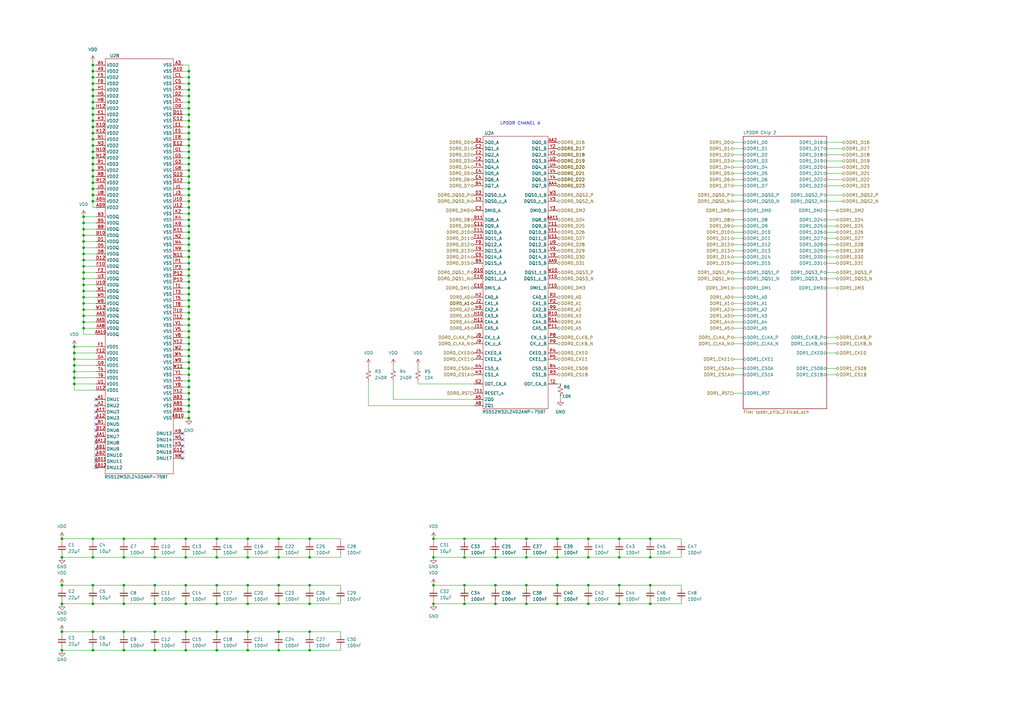
<source format=kicad_sch>
(kicad_sch (version 20230121) (generator eeschema)
  (paper "A3")
  (title_block (title "LPDDR chip 1 circuit") (date "2023-04-05") (rev "A"))
  (junction (at 77.47 85.09))
  (junction (at 38.1 29.21))
  (junction (at 88.9 220.98))
  (junction (at 77.47 146.05))
  (junction (at 38.1 31.75))
  (junction (at 190.5 240.03))
  (junction (at 77.47 67.31))
  (junction (at 77.47 54.61))
  (junction (at 77.47 135.89))
  (junction (at 34.29 99.06))
  (junction (at 50.8 220.98))
  (junction (at 77.47 49.53))
  (junction (at 190.5 220.98))
  (junction (at 77.47 69.85))
  (junction (at 101.6 228.6))
  (junction (at 77.47 41.91))
  (junction (at 77.47 171.45))
  (junction (at 101.6 220.98))
  (junction (at 38.1 80.01))
  (junction (at 77.47 97.79))
  (junction (at 177.8 220.98))
  (junction (at 77.47 113.03))
  (junction (at 127 247.65))
  (junction (at 34.29 93.98))
  (junction (at 38.1 26.67))
  (junction (at 254 247.65))
  (junction (at 34.29 114.3))
  (junction (at 77.47 143.51))
  (junction (at 101.6 266.7))
  (junction (at 77.47 46.99))
  (junction (at 77.47 87.63))
  (junction (at 50.8 247.65))
  (junction (at 101.6 259.08))
  (junction (at 77.47 95.25))
  (junction (at 30.48 147.32))
  (junction (at 88.9 266.7))
  (junction (at 266.7 247.65))
  (junction (at 34.29 101.6))
  (junction (at 77.47 82.55))
  (junction (at 77.47 59.69))
  (junction (at 50.8 259.08))
  (junction (at 77.47 39.37))
  (junction (at 30.48 157.48))
  (junction (at 228.6 240.03))
  (junction (at 25.4 228.6))
  (junction (at 77.47 120.65))
  (junction (at 77.47 123.19))
  (junction (at 114.3 228.6))
  (junction (at 77.47 72.39))
  (junction (at 77.47 29.21))
  (junction (at 38.1 64.77))
  (junction (at 254 228.6))
  (junction (at 266.7 220.98))
  (junction (at 228.6 228.6))
  (junction (at 266.7 228.6))
  (junction (at 77.47 31.75))
  (junction (at 241.3 247.65))
  (junction (at 77.47 102.87))
  (junction (at 77.47 161.29))
  (junction (at 77.47 64.77))
  (junction (at 38.1 41.91))
  (junction (at 34.29 121.92))
  (junction (at 38.1 62.23))
  (junction (at 30.48 142.24))
  (junction (at 38.1 52.07))
  (junction (at 38.1 228.6))
  (junction (at 215.9 220.98))
  (junction (at 77.47 100.33))
  (junction (at 34.29 109.22))
  (junction (at 77.47 62.23))
  (junction (at 34.29 88.9))
  (junction (at 114.3 259.08))
  (junction (at 38.1 240.03))
  (junction (at 25.4 240.03))
  (junction (at 34.29 124.46))
  (junction (at 30.48 144.78))
  (junction (at 38.1 77.47))
  (junction (at 34.29 104.14))
  (junction (at 38.1 57.15))
  (junction (at 38.1 59.69))
  (junction (at 77.47 44.45))
  (junction (at 38.1 49.53))
  (junction (at 127 259.08))
  (junction (at 114.3 240.03))
  (junction (at 34.29 116.84))
  (junction (at 77.47 57.15))
  (junction (at 38.1 247.65))
  (junction (at 77.47 77.47))
  (junction (at 34.29 129.54))
  (junction (at 38.1 44.45))
  (junction (at 77.47 80.01))
  (junction (at 25.4 247.65))
  (junction (at 38.1 220.98))
  (junction (at 203.2 247.65))
  (junction (at 38.1 36.83))
  (junction (at 88.9 259.08))
  (junction (at 34.29 134.62))
  (junction (at 50.8 240.03))
  (junction (at 203.2 240.03))
  (junction (at 76.2 247.65))
  (junction (at 38.1 67.31))
  (junction (at 38.1 34.29))
  (junction (at 77.47 156.21))
  (junction (at 25.4 266.7))
  (junction (at 77.47 74.93))
  (junction (at 127 240.03))
  (junction (at 77.47 133.35))
  (junction (at 203.2 220.98))
  (junction (at 127 228.6))
  (junction (at 63.5 247.65))
  (junction (at 34.29 91.44))
  (junction (at 76.2 240.03))
  (junction (at 77.47 34.29))
  (junction (at 34.29 132.08))
  (junction (at 77.47 110.49))
  (junction (at 77.47 118.11))
  (junction (at 63.5 220.98))
  (junction (at 77.47 163.83))
  (junction (at 38.1 39.37))
  (junction (at 114.3 266.7))
  (junction (at 38.1 266.7))
  (junction (at 30.48 149.86))
  (junction (at 34.29 111.76))
  (junction (at 25.4 259.08))
  (junction (at 101.6 247.65))
  (junction (at 77.47 151.13))
  (junction (at 76.2 266.7))
  (junction (at 34.29 106.68))
  (junction (at 77.47 140.97))
  (junction (at 177.8 240.03))
  (junction (at 77.47 107.95))
  (junction (at 228.6 247.65))
  (junction (at 38.1 46.99))
  (junction (at 77.47 128.27))
  (junction (at 25.4 220.98))
  (junction (at 30.48 154.94))
  (junction (at 114.3 247.65))
  (junction (at 190.5 228.6))
  (junction (at 38.1 54.61))
  (junction (at 254 220.98))
  (junction (at 77.47 166.37))
  (junction (at 30.48 152.4))
  (junction (at 77.47 148.59))
  (junction (at 228.6 220.98))
  (junction (at 38.1 72.39))
  (junction (at 76.2 220.98))
  (junction (at 77.47 52.07))
  (junction (at 266.7 240.03))
  (junction (at 241.3 240.03))
  (junction (at 215.9 240.03))
  (junction (at 88.9 247.65))
  (junction (at 77.47 90.17))
  (junction (at 215.9 228.6))
  (junction (at 215.9 247.65))
  (junction (at 77.47 125.73))
  (junction (at 114.3 220.98))
  (junction (at 77.47 138.43))
  (junction (at 38.1 259.08))
  (junction (at 77.47 158.75))
  (junction (at 50.8 228.6))
  (junction (at 63.5 228.6))
  (junction (at 127 220.98))
  (junction (at 190.5 247.65))
  (junction (at 38.1 74.93))
  (junction (at 241.3 220.98))
  (junction (at 76.2 228.6))
  (junction (at 76.2 259.08))
  (junction (at 38.1 69.85))
  (junction (at 88.9 228.6))
  (junction (at 203.2 228.6))
  (junction (at 34.29 119.38))
  (junction (at 254 240.03))
  (junction (at 77.47 168.91))
  (junction (at 77.47 115.57))
  (junction (at 63.5 266.7))
  (junction (at 77.47 105.41))
  (junction (at 77.47 130.81))
  (junction (at 77.47 92.71))
  (junction (at 50.8 266.7))
  (junction (at 34.29 96.52))
  (junction (at 177.8 247.65))
  (junction (at 127 266.7))
  (junction (at 63.5 259.08))
  (junction (at 88.9 240.03))
  (junction (at 77.47 153.67))
  (junction (at 77.47 36.83))
  (junction (at 177.8 228.6))
  (junction (at 241.3 228.6))
  (junction (at 101.6 240.03))
  (junction (at 38.1 82.55))
  (junction (at 34.29 127))
  (junction (at 63.5 240.03))
  (no_connect (at 74.93 187.96))
  (no_connect (at 74.93 180.34))
  (no_connect (at 39.37 163.83))
  (no_connect (at 39.37 176.53))
  (no_connect (at 39.37 166.37))
  (no_connect (at 39.37 171.45))
  (no_connect (at 39.37 173.99))
  (no_connect (at 39.37 168.91))
  (no_connect (at 74.93 182.88))
  (no_connect (at 74.93 177.8))
  (no_connect (at 39.37 181.61))
  (no_connect (at 39.37 184.15))
  (no_connect (at 39.37 179.07))
  (no_connect (at 39.37 189.23))
  (no_connect (at 39.37 186.69))
  (no_connect (at 39.37 191.77))
  (no_connect (at 74.93 185.42))
  (wire (pts (xy 241.3 220.98) (xy 254 220.98)))
  (wire (pts (xy 300.99 73.66) (xy 304.8 73.66)))
  (wire (pts (xy 77.47 163.83) (xy 77.47 161.29)))
  (wire (pts (xy 63.5 227.33) (xy 63.5 228.6)))
  (wire (pts (xy 203.2 247.65) (xy 215.9 247.65)))
  (wire (pts (xy 77.47 113.03) (xy 77.47 110.49)))
  (wire (pts (xy 300.99 95.25) (xy 304.8 95.25)))
  (wire (pts (xy 203.2 220.98) (xy 203.2 222.25)))
  (wire (pts (xy 74.93 64.77) (xy 77.47 64.77)))
  (wire (pts (xy 300.99 66.04) (xy 304.8 66.04)))
  (wire (pts (xy 339.09 153.67) (xy 342.9 153.67)))
  (wire (pts (xy 74.93 59.69) (xy 77.47 59.69)))
  (wire (pts (xy 77.47 105.41) (xy 77.47 102.87)))
  (wire (pts (xy 266.7 220.98) (xy 279.4 220.98)))
  (wire (pts (xy 38.1 29.21) (xy 38.1 31.75)))
  (wire (pts (xy 74.93 46.99) (xy 77.47 46.99)))
  (wire (pts (xy 190.5 240.03) (xy 203.2 240.03)))
  (wire (pts (xy 339.09 95.25) (xy 342.9 95.25)))
  (wire (pts (xy 190.5 220.98) (xy 190.5 222.25)))
  (wire (pts (xy 25.4 246.38) (xy 25.4 247.65)))
  (wire (pts (xy 114.3 247.65) (xy 127 247.65)))
  (wire (pts (xy 139.7 222.25) (xy 139.7 220.98)))
  (wire (pts (xy 300.99 76.2) (xy 304.8 76.2)))
  (wire (pts (xy 77.47 67.31) (xy 77.47 64.77)))
  (wire (pts (xy 88.9 227.33) (xy 88.9 228.6)))
  (wire (pts (xy 77.47 74.93) (xy 77.47 72.39)))
  (wire (pts (xy 190.5 220.98) (xy 203.2 220.98)))
  (wire (pts (xy 74.93 148.59) (xy 77.47 148.59)))
  (wire (pts (xy 25.4 266.7) (xy 38.1 266.7)))
  (wire (pts (xy 38.1 41.91) (xy 38.1 44.45)))
  (wire (pts (xy 34.29 96.52) (xy 39.37 96.52)))
  (wire (pts (xy 38.1 59.69) (xy 39.37 59.69)))
  (wire (pts (xy 74.93 72.39) (xy 77.47 72.39)))
  (wire (pts (xy 38.1 54.61) (xy 39.37 54.61)))
  (wire (pts (xy 77.47 46.99) (xy 77.47 44.45)))
  (wire (pts (xy 76.2 240.03) (xy 63.5 240.03)))
  (wire (pts (xy 74.93 82.55) (xy 77.47 82.55)))
  (wire (pts (xy 74.93 85.09) (xy 77.47 85.09)))
  (wire (pts (xy 38.1 247.65) (xy 50.8 247.65)))
  (wire (pts (xy 38.1 39.37) (xy 39.37 39.37)))
  (wire (pts (xy 101.6 247.65) (xy 114.3 247.65)))
  (wire (pts (xy 30.48 152.4) (xy 39.37 152.4)))
  (wire (pts (xy 34.29 93.98) (xy 39.37 93.98)))
  (wire (pts (xy 77.47 166.37) (xy 77.47 163.83)))
  (wire (pts (xy 34.29 101.6) (xy 39.37 101.6)))
  (wire (pts (xy 50.8 240.03) (xy 50.8 241.3)))
  (wire (pts (xy 38.1 246.38) (xy 38.1 247.65)))
  (wire (pts (xy 215.9 247.65) (xy 228.6 247.65)))
  (wire (pts (xy 34.29 134.62) (xy 39.37 134.62)))
  (wire (pts (xy 300.99 124.46) (xy 304.8 124.46)))
  (wire (pts (xy 74.93 118.11) (xy 77.47 118.11)))
  (wire (pts (xy 139.7 240.03) (xy 127 240.03)))
  (wire (pts (xy 254 228.6) (xy 266.7 228.6)))
  (wire (pts (xy 34.29 88.9) (xy 39.37 88.9)))
  (wire (pts (xy 74.93 34.29) (xy 77.47 34.29)))
  (wire (pts (xy 114.3 240.03) (xy 101.6 240.03)))
  (wire (pts (xy 30.48 144.78) (xy 39.37 144.78)))
  (wire (pts (xy 38.1 77.47) (xy 39.37 77.47)))
  (wire (pts (xy 38.1 36.83) (xy 39.37 36.83)))
  (wire (pts (xy 177.8 228.6) (xy 190.5 228.6)))
  (wire (pts (xy 34.29 96.52) (xy 34.29 93.98)))
  (wire (pts (xy 30.48 154.94) (xy 30.48 152.4)))
  (wire (pts (xy 77.47 133.35) (xy 77.47 130.81)))
  (wire (pts (xy 30.48 142.24) (xy 39.37 142.24)))
  (wire (pts (xy 339.09 58.42) (xy 345.44 58.42)))
  (wire (pts (xy 101.6 228.6) (xy 88.9 228.6)))
  (wire (pts (xy 38.1 52.07) (xy 39.37 52.07)))
  (wire (pts (xy 38.1 220.98) (xy 38.1 222.25)))
  (wire (pts (xy 39.37 74.93) (xy 38.1 74.93)))
  (wire (pts (xy 203.2 240.03) (xy 215.9 240.03)))
  (wire (pts (xy 30.48 147.32) (xy 30.48 144.78)))
  (wire (pts (xy 190.5 240.03) (xy 190.5 241.3)))
  (wire (pts (xy 34.29 116.84) (xy 39.37 116.84)))
  (wire (pts (xy 177.8 222.25) (xy 177.8 220.98)))
  (wire (pts (xy 76.2 266.7) (xy 88.9 266.7)))
  (wire (pts (xy 50.8 247.65) (xy 63.5 247.65)))
  (wire (pts (xy 339.09 76.2) (xy 345.44 76.2)))
  (wire (pts (xy 203.2 246.38) (xy 203.2 247.65)))
  (wire (pts (xy 300.99 127) (xy 304.8 127)))
  (wire (pts (xy 74.93 171.45) (xy 77.47 171.45)))
  (wire (pts (xy 38.1 62.23) (xy 39.37 62.23)))
  (wire (pts (xy 139.7 227.33) (xy 139.7 228.6)))
  (wire (pts (xy 63.5 259.08) (xy 63.5 260.35)))
  (wire (pts (xy 30.48 149.86) (xy 39.37 149.86)))
  (wire (pts (xy 34.29 91.44) (xy 34.29 88.9)))
  (wire (pts (xy 339.09 82.55) (xy 345.44 82.55)))
  (wire (pts (xy 38.1 54.61) (xy 38.1 57.15)))
  (wire (pts (xy 190.5 227.33) (xy 190.5 228.6)))
  (wire (pts (xy 254 220.98) (xy 254 222.25)))
  (wire (pts (xy 300.99 58.42) (xy 304.8 58.42)))
  (wire (pts (xy 228.6 227.33) (xy 228.6 228.6)))
  (wire (pts (xy 38.1 26.67) (xy 39.37 26.67)))
  (wire (pts (xy 228.6 247.65) (xy 241.3 247.65)))
  (wire (pts (xy 74.93 133.35) (xy 77.47 133.35)))
  (wire (pts (xy 74.93 146.05) (xy 77.47 146.05)))
  (wire (pts (xy 77.47 135.89) (xy 77.47 133.35)))
  (wire (pts (xy 77.47 54.61) (xy 77.47 52.07)))
  (wire (pts (xy 38.1 29.21) (xy 38.1 26.67)))
  (wire (pts (xy 77.47 80.01) (xy 77.47 77.47)))
  (wire (pts (xy 25.4 220.98) (xy 38.1 220.98)))
  (wire (pts (xy 38.1 67.31) (xy 39.37 67.31)))
  (wire (pts (xy 77.47 146.05) (xy 77.47 143.51)))
  (wire (pts (xy 266.7 220.98) (xy 266.7 222.25)))
  (wire (pts (xy 74.93 102.87) (xy 77.47 102.87)))
  (wire (pts (xy 34.29 134.62) (xy 34.29 132.08)))
  (wire (pts (xy 241.3 240.03) (xy 241.3 241.3)))
  (wire (pts (xy 215.9 240.03) (xy 228.6 240.03)))
  (wire (pts (xy 300.99 121.92) (xy 304.8 121.92)))
  (wire (pts (xy 74.93 87.63) (xy 77.47 87.63)))
  (wire (pts (xy 38.1 80.01) (xy 39.37 80.01)))
  (wire (pts (xy 38.1 46.99) (xy 39.37 46.99)))
  (wire (pts (xy 25.4 259.08) (xy 25.4 260.35)))
  (wire (pts (xy 127 266.7) (xy 139.7 266.7)))
  (wire (pts (xy 63.5 240.03) (xy 50.8 240.03)))
  (wire (pts (xy 38.1 26.67) (xy 38.1 25.4)))
  (wire (pts (xy 114.3 259.08) (xy 101.6 259.08)))
  (wire (pts (xy 266.7 240.03) (xy 266.7 241.3)))
  (wire (pts (xy 76.2 259.08) (xy 63.5 259.08)))
  (wire (pts (xy 127 246.38) (xy 127 247.65)))
  (wire (pts (xy 74.93 41.91) (xy 77.47 41.91)))
  (wire (pts (xy 76.2 265.43) (xy 76.2 266.7)))
  (wire (pts (xy 74.93 123.19) (xy 77.47 123.19)))
  (wire (pts (xy 139.7 247.65) (xy 139.7 246.38)))
  (wire (pts (xy 339.09 107.95) (xy 342.9 107.95)))
  (wire (pts (xy 127 259.08) (xy 127 260.35)))
  (wire (pts (xy 161.29 149.86) (xy 161.29 151.13)))
  (wire (pts (xy 77.47 120.65) (xy 77.47 118.11)))
  (wire (pts (xy 339.09 105.41) (xy 342.9 105.41)))
  (wire (pts (xy 34.29 109.22) (xy 34.29 106.68)))
  (wire (pts (xy 76.2 228.6) (xy 63.5 228.6)))
  (wire (pts (xy 101.6 246.38) (xy 101.6 247.65)))
  (wire (pts (xy 77.47 90.17) (xy 77.47 87.63)))
  (wire (pts (xy 254 246.38) (xy 254 247.65)))
  (wire (pts (xy 300.99 129.54) (xy 304.8 129.54)))
  (wire (pts (xy 151.13 166.37) (xy 151.13 156.21)))
  (wire (pts (xy 77.47 77.47) (xy 77.47 74.93)))
  (wire (pts (xy 339.09 114.3) (xy 342.9 114.3)))
  (wire (pts (xy 34.29 99.06) (xy 39.37 99.06)))
  (wire (pts (xy 339.09 140.97) (xy 342.9 140.97)))
  (wire (pts (xy 74.93 57.15) (xy 77.47 57.15)))
  (wire (pts (xy 39.37 137.16) (xy 34.29 137.16)))
  (wire (pts (xy 34.29 132.08) (xy 34.29 129.54)))
  (wire (pts (xy 63.5 220.98) (xy 76.2 220.98)))
  (wire (pts (xy 74.93 128.27) (xy 77.47 128.27)))
  (wire (pts (xy 190.5 246.38) (xy 190.5 247.65)))
  (wire (pts (xy 339.09 80.01) (xy 345.44 80.01)))
  (wire (pts (xy 38.1 59.69) (xy 38.1 62.23)))
  (wire (pts (xy 77.47 95.25) (xy 77.47 92.71)))
  (wire (pts (xy 300.99 161.29) (xy 304.8 161.29)))
  (wire (pts (xy 38.1 34.29) (xy 39.37 34.29)))
  (wire (pts (xy 38.1 36.83) (xy 38.1 39.37)))
  (wire (pts (xy 228.6 157.48) (xy 229.87 157.48)))
  (wire (pts (xy 300.99 92.71) (xy 304.8 92.71)))
  (wire (pts (xy 88.9 240.03) (xy 76.2 240.03)))
  (wire (pts (xy 177.8 240.03) (xy 177.8 241.3)))
  (wire (pts (xy 177.8 227.33) (xy 177.8 228.6)))
  (wire (pts (xy 300.99 134.62) (xy 304.8 134.62)))
  (wire (pts (xy 300.99 147.32) (xy 304.8 147.32)))
  (wire (pts (xy 77.47 36.83) (xy 77.47 34.29)))
  (wire (pts (xy 74.93 105.41) (xy 77.47 105.41)))
  (wire (pts (xy 38.1 31.75) (xy 38.1 34.29)))
  (wire (pts (xy 177.8 240.03) (xy 190.5 240.03)))
  (wire (pts (xy 34.29 132.08) (xy 39.37 132.08)))
  (wire (pts (xy 127 265.43) (xy 127 266.7)))
  (wire (pts (xy 38.1 266.7) (xy 50.8 266.7)))
  (wire (pts (xy 101.6 259.08) (xy 101.6 260.35)))
  (wire (pts (xy 266.7 246.38) (xy 266.7 247.65)))
  (wire (pts (xy 74.93 107.95) (xy 77.47 107.95)))
  (wire (pts (xy 177.8 246.38) (xy 177.8 247.65)))
  (wire (pts (xy 74.93 80.01) (xy 77.47 80.01)))
  (wire (pts (xy 38.1 62.23) (xy 38.1 64.77)))
  (wire (pts (xy 34.29 111.76) (xy 34.29 109.22)))
  (wire (pts (xy 74.93 130.81) (xy 77.47 130.81)))
  (wire (pts (xy 38.1 46.99) (xy 38.1 49.53)))
  (wire (pts (xy 77.47 118.11) (xy 77.47 115.57)))
  (wire (pts (xy 38.1 57.15) (xy 38.1 59.69)))
  (wire (pts (xy 76.2 259.08) (xy 76.2 260.35)))
  (wire (pts (xy 88.9 266.7) (xy 101.6 266.7)))
  (wire (pts (xy 101.6 240.03) (xy 88.9 240.03)))
  (wire (pts (xy 300.99 97.79) (xy 304.8 97.79)))
  (wire (pts (xy 241.3 228.6) (xy 254 228.6)))
  (wire (pts (xy 339.09 97.79) (xy 342.9 97.79)))
  (wire (pts (xy 114.3 240.03) (xy 114.3 241.3)))
  (wire (pts (xy 50.8 246.38) (xy 50.8 247.65)))
  (wire (pts (xy 38.1 80.01) (xy 38.1 77.47)))
  (wire (pts (xy 77.47 69.85) (xy 77.47 67.31)))
  (wire (pts (xy 339.09 71.12) (xy 345.44 71.12)))
  (wire (pts (xy 30.48 154.94) (xy 39.37 154.94)))
  (wire (pts (xy 203.2 227.33) (xy 203.2 228.6)))
  (wire (pts (xy 38.1 228.6) (xy 25.4 228.6)))
  (wire (pts (xy 63.5 265.43) (xy 63.5 266.7)))
  (wire (pts (xy 77.47 29.21) (xy 77.47 31.75)))
  (wire (pts (xy 254 240.03) (xy 266.7 240.03)))
  (wire (pts (xy 77.47 57.15) (xy 77.47 54.61)))
  (wire (pts (xy 77.47 102.87) (xy 77.47 100.33)))
  (wire (pts (xy 77.47 138.43) (xy 77.47 135.89)))
  (wire (pts (xy 339.09 86.36) (xy 342.9 86.36)))
  (wire (pts (xy 77.47 123.19) (xy 77.47 120.65)))
  (wire (pts (xy 74.93 77.47) (xy 77.47 77.47)))
  (wire (pts (xy 139.7 259.08) (xy 127 259.08)))
  (wire (pts (xy 38.1 69.85) (xy 39.37 69.85)))
  (wire (pts (xy 77.47 41.91) (xy 77.47 44.45)))
  (wire (pts (xy 74.93 168.91) (xy 77.47 168.91)))
  (wire (pts (xy 101.6 240.03) (xy 101.6 241.3)))
  (wire (pts (xy 266.7 240.03) (xy 279.4 240.03)))
  (wire (pts (xy 215.9 227.33) (xy 215.9 228.6)))
  (wire (pts (xy 139.7 241.3) (xy 139.7 240.03)))
  (wire (pts (xy 300.99 105.41) (xy 304.8 105.41)))
  (wire (pts (xy 74.93 151.13) (xy 77.47 151.13)))
  (wire (pts (xy 300.99 140.97) (xy 304.8 140.97)))
  (wire (pts (xy 25.4 247.65) (xy 38.1 247.65)))
  (wire (pts (xy 228.6 220.98) (xy 228.6 222.25)))
  (wire (pts (xy 339.09 111.76) (xy 342.9 111.76)))
  (wire (pts (xy 74.93 39.37) (xy 77.47 39.37)))
  (wire (pts (xy 74.93 100.33) (xy 77.47 100.33)))
  (wire (pts (xy 34.29 111.76) (xy 39.37 111.76)))
  (wire (pts (xy 300.99 138.43) (xy 304.8 138.43)))
  (wire (pts (xy 77.47 49.53) (xy 77.47 46.99)))
  (wire (pts (xy 300.99 102.87) (xy 304.8 102.87)))
  (wire (pts (xy 229.87 162.56) (xy 229.87 163.83)))
  (wire (pts (xy 38.1 49.53) (xy 38.1 52.07)))
  (wire (pts (xy 300.99 114.3) (xy 304.8 114.3)))
  (wire (pts (xy 77.47 140.97) (xy 77.47 138.43)))
  (wire (pts (xy 114.3 220.98) (xy 101.6 220.98)))
  (wire (pts (xy 38.1 57.15) (xy 39.37 57.15)))
  (wire (pts (xy 77.47 97.79) (xy 77.47 95.25)))
  (wire (pts (xy 34.29 114.3) (xy 39.37 114.3)))
  (wire (pts (xy 38.1 259.08) (xy 38.1 260.35)))
  (wire (pts (xy 50.8 227.33) (xy 50.8 228.6)))
  (wire (pts (xy 63.5 259.08) (xy 50.8 259.08)))
  (wire (pts (xy 50.8 228.6) (xy 38.1 228.6)))
  (wire (pts (xy 34.29 121.92) (xy 34.29 119.38)))
  (wire (pts (xy 74.93 67.31) (xy 77.47 67.31)))
  (wire (pts (xy 114.3 265.43) (xy 114.3 266.7)))
  (wire (pts (xy 77.47 85.09) (xy 77.47 82.55)))
  (wire (pts (xy 300.99 71.12) (xy 304.8 71.12)))
  (wire (pts (xy 74.93 31.75) (xy 77.47 31.75)))
  (wire (pts (xy 77.47 156.21) (xy 77.47 153.67)))
  (wire (pts (xy 34.29 106.68) (xy 39.37 106.68)))
  (wire (pts (xy 34.29 127) (xy 34.29 124.46)))
  (wire (pts (xy 34.29 129.54) (xy 34.29 127)))
  (wire (pts (xy 339.09 63.5) (xy 345.44 63.5)))
  (wire (pts (xy 254 247.65) (xy 266.7 247.65)))
  (wire (pts (xy 279.4 220.98) (xy 279.4 222.25)))
  (wire (pts (xy 74.93 74.93) (xy 77.47 74.93)))
  (wire (pts (xy 74.93 90.17) (xy 77.47 90.17)))
  (wire (pts (xy 74.93 97.79) (xy 77.47 97.79)))
  (wire (pts (xy 300.99 118.11) (xy 304.8 118.11)))
  (wire (pts (xy 161.29 163.83) (xy 161.29 156.21)))
  (wire (pts (xy 77.47 100.33) (xy 77.47 97.79)))
  (wire (pts (xy 228.6 240.03) (xy 241.3 240.03)))
  (wire (pts (xy 266.7 228.6) (xy 279.4 228.6)))
  (wire (pts (xy 339.09 90.17) (xy 342.9 90.17)))
  (wire (pts (xy 30.48 157.48) (xy 30.48 154.94)))
  (wire (pts (xy 266.7 247.65) (xy 279.4 247.65)))
  (wire (pts (xy 215.9 228.6) (xy 228.6 228.6)))
  (wire (pts (xy 34.29 104.14) (xy 39.37 104.14)))
  (wire (pts (xy 38.1 39.37) (xy 38.1 41.91)))
  (wire (pts (xy 77.47 52.07) (xy 77.47 49.53)))
  (wire (pts (xy 74.93 62.23) (xy 77.47 62.23)))
  (wire (pts (xy 300.99 90.17) (xy 304.8 90.17)))
  (wire (pts (xy 171.45 157.48) (xy 171.45 156.21)))
  (wire (pts (xy 339.09 118.11) (xy 342.9 118.11)))
  (wire (pts (xy 74.93 92.71) (xy 77.47 92.71)))
  (wire (pts (xy 101.6 227.33) (xy 101.6 228.6)))
  (wire (pts (xy 34.29 99.06) (xy 34.29 96.52)))
  (wire (pts (xy 38.1 82.55) (xy 39.37 82.55)))
  (wire (pts (xy 74.93 54.61) (xy 77.47 54.61)))
  (wire (pts (xy 177.8 220.98) (xy 190.5 220.98)))
  (wire (pts (xy 74.93 135.89) (xy 77.47 135.89)))
  (wire (pts (xy 76.2 220.98) (xy 88.9 220.98)))
  (wire (pts (xy 77.47 148.59) (xy 77.47 146.05)))
  (wire (pts (xy 77.47 34.29) (xy 77.47 31.75)))
  (wire (pts (xy 139.7 260.35) (xy 139.7 259.08)))
  (wire (pts (xy 30.48 149.86) (xy 30.48 147.32)))
  (wire (pts (xy 77.47 153.67) (xy 77.47 151.13)))
  (wire (pts (xy 77.47 87.63) (xy 77.47 85.09)))
  (wire (pts (xy 77.47 161.29) (xy 77.47 158.75)))
  (wire (pts (xy 63.5 246.38) (xy 63.5 247.65)))
  (wire (pts (xy 74.93 125.73) (xy 77.47 125.73)))
  (wire (pts (xy 241.3 220.98) (xy 241.3 222.25)))
  (wire (pts (xy 34.29 101.6) (xy 34.29 99.06)))
  (wire (pts (xy 300.99 80.01) (xy 304.8 80.01)))
  (wire (pts (xy 300.99 86.36) (xy 304.8 86.36)))
  (wire (pts (xy 74.93 140.97) (xy 77.47 140.97)))
  (wire (pts (xy 101.6 265.43) (xy 101.6 266.7)))
  (wire (pts (xy 77.47 151.13) (xy 77.47 148.59)))
  (wire (pts (xy 74.93 95.25) (xy 77.47 95.25)))
  (wire (pts (xy 74.93 36.83) (xy 77.47 36.83)))
  (wire (pts (xy 38.1 265.43) (xy 38.1 266.7)))
  (wire (pts (xy 254 227.33) (xy 254 228.6)))
  (wire (pts (xy 74.93 44.45) (xy 77.47 44.45)))
  (wire (pts (xy 38.1 227.33) (xy 38.1 228.6)))
  (wire (pts (xy 228.6 220.98) (xy 241.3 220.98)))
  (wire (pts (xy 127 240.03) (xy 127 241.3)))
  (wire (pts (xy 74.93 110.49) (xy 77.47 110.49)))
  (wire (pts (xy 34.29 129.54) (xy 39.37 129.54)))
  (wire (pts (xy 76.2 246.38) (xy 76.2 247.65)))
  (wire (pts (xy 77.47 39.37) (xy 77.47 41.91)))
  (wire (pts (xy 38.1 240.03) (xy 25.4 240.03)))
  (wire (pts (xy 300.99 100.33) (xy 304.8 100.33)))
  (wire (pts (xy 25.4 240.03) (xy 25.4 241.3)))
  (wire (pts (xy 127 227.33) (xy 127 228.6)))
  (wire (pts (xy 300.99 111.76) (xy 304.8 111.76)))
  (wire (pts (xy 228.6 228.6) (xy 241.3 228.6)))
  (wire (pts (xy 77.47 82.55) (xy 77.47 80.01)))
  (wire (pts (xy 38.1 82.55) (xy 38.1 80.01)))
  (wire (pts (xy 203.2 220.98) (xy 215.9 220.98)))
  (wire (pts (xy 63.5 240.03) (xy 63.5 241.3)))
  (wire (pts (xy 127 220.98) (xy 127 222.25)))
  (wire (pts (xy 88.9 220.98) (xy 101.6 220.98)))
  (wire (pts (xy 34.29 114.3) (xy 34.29 111.76)))
  (wire (pts (xy 339.09 73.66) (xy 345.44 73.66)))
  (wire (pts (xy 339.09 100.33) (xy 342.9 100.33)))
  (wire (pts (xy 300.99 63.5) (xy 304.8 63.5)))
  (wire (pts (xy 339.09 60.96) (xy 345.44 60.96)))
  (wire (pts (xy 77.47 168.91) (xy 77.47 166.37)))
  (wire (pts (xy 241.3 247.65) (xy 254 247.65)))
  (wire (pts (xy 34.29 106.68) (xy 34.29 104.14)))
  (wire (pts (xy 34.29 119.38) (xy 39.37 119.38)))
  (wire (pts (xy 228.6 240.03) (xy 228.6 241.3)))
  (wire (pts (xy 151.13 149.86) (xy 151.13 151.13)))
  (wire (pts (xy 63.5 247.65) (xy 76.2 247.65)))
  (wire (pts (xy 74.93 143.51) (xy 77.47 143.51)))
  (wire (pts (xy 74.93 115.57) (xy 77.47 115.57)))
  (wire (pts (xy 74.93 166.37) (xy 77.47 166.37)))
  (wire (pts (xy 77.47 110.49) (xy 77.47 107.95)))
  (wire (pts (xy 34.29 119.38) (xy 34.29 116.84)))
  (wire (pts (xy 30.48 160.02) (xy 30.48 157.48)))
  (wire (pts (xy 114.3 220.98) (xy 114.3 222.25)))
  (wire (pts (xy 161.29 163.83) (xy 194.31 163.83)))
  (wire (pts (xy 215.9 240.03) (xy 215.9 241.3)))
  (wire (pts (xy 88.9 259.08) (xy 88.9 260.35)))
  (wire (pts (xy 114.3 259.08) (xy 114.3 260.35)))
  (wire (pts (xy 63.5 228.6) (xy 50.8 228.6)))
  (wire (pts (xy 339.09 102.87) (xy 342.9 102.87)))
  (wire (pts (xy 241.3 240.03) (xy 254 240.03)))
  (wire (pts (xy 127 240.03) (xy 114.3 240.03)))
  (wire (pts (xy 74.93 138.43) (xy 77.47 138.43)))
  (wire (pts (xy 300.99 60.96) (xy 304.8 60.96)))
  (wire (pts (xy 30.48 144.78) (xy 30.48 142.24)))
  (wire (pts (xy 38.1 64.77) (xy 39.37 64.77)))
  (wire (pts (xy 300.99 107.95) (xy 304.8 107.95)))
  (wire (pts (xy 88.9 265.43) (xy 88.9 266.7)))
  (wire (pts (xy 171.45 157.48) (xy 194.31 157.48)))
  (wire (pts (xy 190.5 247.65) (xy 203.2 247.65)))
  (wire (pts (xy 38.1 85.09) (xy 38.1 82.55)))
  (wire (pts (xy 127 259.08) (xy 114.3 259.08)))
  (wire (pts (xy 76.2 240.03) (xy 76.2 241.3)))
  (wire (pts (xy 77.47 143.51) (xy 77.47 140.97)))
  (wire (pts (xy 50.8 259.08) (xy 50.8 260.35)))
  (wire (pts (xy 215.9 220.98) (xy 215.9 222.25)))
  (wire (pts (xy 38.1 41.91) (xy 39.37 41.91)))
  (wire (pts (xy 88.9 240.03) (xy 88.9 241.3)))
  (wire (pts (xy 151.13 166.37) (xy 194.31 166.37)))
  (wire (pts (xy 74.93 161.29) (xy 77.47 161.29)))
  (wire (pts (xy 38.1 44.45) (xy 39.37 44.45)))
  (wire (pts (xy 74.93 69.85) (xy 77.47 69.85)))
  (wire (pts (xy 34.29 121.92) (xy 39.37 121.92)))
  (wire (pts (xy 88.9 220.98) (xy 88.9 222.25)))
  (wire (pts (xy 77.47 26.67) (xy 77.47 29.21)))
  (wire (pts (xy 139.7 228.6) (xy 127 228.6)))
  (wire (pts (xy 114.3 228.6) (xy 101.6 228.6)))
  (wire (pts (xy 266.7 227.33) (xy 266.7 228.6)))
  (wire (pts (xy 77.47 36.83) (xy 77.47 39.37)))
  (wire (pts (xy 77.47 171.45) (xy 77.47 168.91)))
  (wire (pts (xy 77.47 158.75) (xy 77.47 156.21)))
  (wire (pts (xy 77.47 59.69) (xy 77.47 57.15)))
  (wire (pts (xy 88.9 259.08) (xy 76.2 259.08)))
  (wire (pts (xy 74.93 113.03) (xy 77.47 113.03)))
  (wire (pts (xy 241.3 246.38) (xy 241.3 247.65)))
  (wire (pts (xy 63.5 266.7) (xy 76.2 266.7)))
  (wire (pts (xy 34.29 127) (xy 39.37 127)))
  (wire (pts (xy 50.8 266.7) (xy 63.5 266.7)))
  (wire (pts (xy 30.48 152.4) (xy 30.48 149.86)))
  (wire (pts (xy 34.29 137.16) (xy 34.29 134.62)))
  (wire (pts (xy 74.93 52.07) (xy 77.47 52.07)))
  (wire (pts (xy 101.6 220.98) (xy 101.6 222.25)))
  (wire (pts (xy 241.3 227.33) (xy 241.3 228.6)))
  (wire (pts (xy 114.3 246.38) (xy 114.3 247.65)))
  (wire (pts (xy 74.93 156.21) (xy 77.47 156.21)))
  (wire (pts (xy 203.2 228.6) (xy 215.9 228.6)))
  (wire (pts (xy 34.29 104.14) (xy 34.29 101.6)))
  (wire (pts (xy 34.29 109.22) (xy 39.37 109.22)))
  (wire (pts (xy 38.1 72.39) (xy 38.1 74.93)))
  (wire (pts (xy 34.29 124.46) (xy 34.29 121.92)))
  (wire (pts (xy 114.3 227.33) (xy 114.3 228.6)))
  (wire (pts (xy 39.37 85.09) (xy 38.1 85.09)))
  (wire (pts (xy 38.1 259.08) (xy 25.4 259.08)))
  (wire (pts (xy 50.8 220.98) (xy 63.5 220.98)))
  (wire (pts (xy 77.47 92.71) (xy 77.47 90.17)))
  (wire (pts (xy 50.8 265.43) (xy 50.8 266.7)))
  (wire (pts (xy 77.47 130.81) (xy 77.47 128.27)))
  (wire (pts (xy 77.47 26.67) (xy 74.93 26.67)))
  (wire (pts (xy 38.1 67.31) (xy 38.1 69.85)))
  (wire (pts (xy 88.9 247.65) (xy 101.6 247.65)))
  (wire (pts (xy 76.2 227.33) (xy 76.2 228.6)))
  (wire (pts (xy 30.48 160.02) (xy 39.37 160.02)))
  (wire (pts (xy 74.93 120.65) (xy 77.47 120.65)))
  (wire (pts (xy 101.6 266.7) (xy 114.3 266.7)))
  (wire (pts (xy 50.8 222.25) (xy 50.8 220.98)))
  (wire (pts (xy 38.1 220.98) (xy 50.8 220.98)))
  (wire (pts (xy 74.93 49.53) (xy 77.47 49.53)))
  (wire (pts (xy 77.47 62.23) (xy 77.47 59.69)))
  (wire (pts (xy 300.99 132.08) (xy 304.8 132.08)))
  (wire (pts (xy 38.1 34.29) (xy 38.1 36.83)))
  (wire (pts (xy 300.99 82.55) (xy 304.8 82.55)))
  (wire (pts (xy 127 247.65) (xy 139.7 247.65)))
  (wire (pts (xy 171.45 149.86) (xy 171.45 151.13)))
  (wire (pts (xy 76.2 220.98) (xy 76.2 222.25)))
  (wire (pts (xy 38.1 240.03) (xy 38.1 241.3)))
  (wire (pts (xy 139.7 266.7) (xy 139.7 265.43)))
  (wire (pts (xy 38.1 74.93) (xy 38.1 77.47)))
  (wire (pts (xy 77.47 72.39) (xy 77.47 69.85)))
  (wire (pts (xy 38.1 52.07) (xy 38.1 54.61)))
  (wire (pts (xy 339.09 144.78) (xy 342.9 144.78)))
  (wire (pts (xy 114.3 266.7) (xy 127 266.7)))
  (wire (pts (xy 38.1 69.85) (xy 38.1 72.39)))
  (wire (pts (xy 30.48 157.48) (xy 39.37 157.48)))
  (wire (pts (xy 300.99 68.58) (xy 304.8 68.58)))
  (wire (pts (xy 101.6 259.08) (xy 88.9 259.08)))
  (wire (pts (xy 300.99 153.67) (xy 304.8 153.67)))
  (wire (pts (xy 88.9 228.6) (xy 76.2 228.6)))
  (wire (pts (xy 34.29 91.44) (xy 39.37 91.44)))
  (wire (pts (xy 25.4 220.98) (xy 25.4 222.25)))
  (wire (pts (xy 215.9 220.98) (xy 228.6 220.98)))
  (wire (pts (xy 25.4 265.43) (xy 25.4 266.7)))
  (wire (pts (xy 38.1 29.21) (xy 39.37 29.21)))
  (wire (pts (xy 77.47 125.73) (xy 77.47 123.19)))
  (wire (pts (xy 254 240.03) (xy 254 241.3)))
  (wire (pts (xy 34.29 116.84) (xy 34.29 114.3)))
  (wire (pts (xy 127 228.6) (xy 114.3 228.6)))
  (wire (pts (xy 339.09 138.43) (xy 342.9 138.43)))
  (wire (pts (xy 74.93 163.83) (xy 77.47 163.83)))
  (wire (pts (xy 74.93 29.21) (xy 77.47 29.21)))
  (wire (pts (xy 279.4 228.6) (xy 279.4 227.33)))
  (wire (pts (xy 77.47 107.95) (xy 77.47 105.41)))
  (wire (pts (xy 50.8 259.08) (xy 38.1 259.08)))
  (wire (pts (xy 339.09 66.04) (xy 345.44 66.04)))
  (wire (pts (xy 34.29 93.98) (xy 34.29 91.44)))
  (wire (pts (xy 38.1 31.75) (xy 39.37 31.75)))
  (wire (pts (xy 38.1 72.39) (xy 39.37 72.39)))
  (wire (pts (xy 30.48 147.32) (xy 39.37 147.32)))
  (wire (pts (xy 190.5 228.6) (xy 203.2 228.6)))
  (wire (pts (xy 76.2 247.65) (xy 88.9 247.65)))
  (wire (pts (xy 88.9 246.38) (xy 88.9 247.65)))
  (wire (pts (xy 139.7 220.98) (xy 127 220.98)))
  (wire (pts (xy 38.1 49.53) (xy 39.37 49.53)))
  (wire (pts (xy 77.47 64.77) (xy 77.47 62.23)))
  (wire (pts (xy 300.99 151.13) (xy 304.8 151.13)))
  (wire (pts (xy 38.1 64.77) (xy 38.1 67.31)))
  (wire (pts (xy 74.93 158.75) (xy 77.47 158.75)))
  (wire (pts (xy 228.6 246.38) (xy 228.6 247.65)))
  (wire (pts (xy 339.09 92.71) (xy 342.9 92.71)))
  (wire (pts (xy 127 220.98) (xy 114.3 220.98)))
  (wire (pts (xy 38.1 44.45) (xy 38.1 46.99)))
  (wire (pts (xy 339.09 151.13) (xy 342.9 151.13)))
  (wire (pts (xy 77.47 128.27) (xy 77.47 125.73)))
  (wire (pts (xy 203.2 241.3) (xy 203.2 240.03)))
  (wire (pts (xy 63.5 220.98) (xy 63.5 222.25)))
  (wire (pts (xy 177.8 247.65) (xy 190.5 247.65)))
  (wire (pts (xy 74.93 153.67) (xy 77.47 153.67)))
  (wire (pts (xy 50.8 240.03) (xy 38.1 240.03)))
  (wire (pts (xy 339.09 68.58) (xy 345.44 68.58)))
  (wire (pts (xy 279.4 240.03) (xy 279.4 241.3)))
  (wire (pts (xy 77.47 115.57) (xy 77.47 113.03)))
  (wire (pts (xy 215.9 246.38) (xy 215.9 247.65)))
  (wire (pts (xy 279.4 247.65) (xy 279.4 246.38)))
  (wire (pts (xy 34.29 124.46) (xy 39.37 124.46)))
  (wire (pts (xy 254 220.98) (xy 266.7 220.98)))
  (wire (pts (xy 25.4 227.33) (xy 25.4 228.6)))
  (text "LPDDR CHANEL A" (at 205.105 51.435 0) (effects (font (size 1.27 1.27)) (justify left bottom)))
  (hierarchical_label "DDR0_D22" (shape bidirectional) (at 228.6 73.66 0))
  (hierarchical_label "DDR1_D24" (shape bidirectional) (at 342.9 90.17 0))
  (hierarchical_label "DDR0_D29" (shape bidirectional) (at 228.6 102.87 0))
  (hierarchical_label "DDR0_D0" (shape bidirectional) (at 194.31 58.42 180))
  (hierarchical_label "DDR0_D19" (shape bidirectional) (at 228.6 66.04 0))
  (hierarchical_label "DDR0_D26" (shape bidirectional) (at 228.6 95.25 0))
  (hierarchical_label "DDR1_RST" (shape input) (at 300.99 161.29 180))
  (hierarchical_label "DDR1_D8" (shape bidirectional) (at 300.99 90.17 180))
  (hierarchical_label "DDR0_D21" (shape bidirectional) (at 228.6 71.12 0))
  (hierarchical_label "DDR1_D19" (shape bidirectional) (at 345.44 66.04 0))
  (hierarchical_label "DDR0_D18" (shape bidirectional) (at 228.6 63.5 0))
  (hierarchical_label "DDR0_D12" (shape bidirectional) (at 194.31 100.33 180))
  (hierarchical_label "DDR1_CLKB_P" (shape bidirectional) (at 342.9 138.43 0))
  (hierarchical_label "DDR0_D1" (shape bidirectional) (at 194.31 60.96 180))
  (hierarchical_label "DDR0_CKE1" (shape bidirectional) (at 228.6 147.32 0))
  (hierarchical_label "DDR0_A1" (shape bidirectional) (at 228.6 124.46 0))
  (hierarchical_label "DDR1_A1" (shape bidirectional) (at 300.99 124.46 180))
  (hierarchical_label "DDR1_DM1" (shape bidirectional) (at 300.99 118.11 180))
  (hierarchical_label "DDR1_DQS2_N" (shape bidirectional) (at 345.44 82.55 0))
  (hierarchical_label "DDR0_D3" (shape bidirectional) (at 194.31 66.04 180))
  (hierarchical_label "DDR0_D5" (shape bidirectional) (at 194.31 71.12 180))
  (hierarchical_label "DDR0_D4" (shape bidirectional) (at 194.31 68.58 180))
  (hierarchical_label "DDR1_D27" (shape bidirectional) (at 342.9 97.79 0))
  (hierarchical_label "DDR0_DQS2_P" (shape bidirectional) (at 228.6 80.01 0))
  (hierarchical_label "DDR0_D22" (shape bidirectional) (at 228.6 73.66 0))
  (hierarchical_label "DDR0_D6" (shape bidirectional) (at 194.31 73.66 180))
  (hierarchical_label "DDR1_DQS0_N" (shape bidirectional) (at 300.99 82.55 180))
  (hierarchical_label "DDR0_D17" (shape bidirectional) (at 228.6 60.96 0))
  (hierarchical_label "DDR0_A2" (shape bidirectional) (at 194.31 127 180))
  (hierarchical_label "DDR0_DQS1_P" (shape bidirectional) (at 194.31 111.76 180))
  (hierarchical_label "DDR1_D16" (shape bidirectional) (at 345.44 58.42 0))
  (hierarchical_label "DDR1_D30" (shape bidirectional) (at 342.9 105.41 0))
  (hierarchical_label "DDR1_CLKA_N" (shape bidirectional) (at 300.99 140.97 180))
  (hierarchical_label "DDR0_DQS1_N" (shape bidirectional) (at 194.31 114.3 180))
  (hierarchical_label "DDR1_D6" (shape bidirectional) (at 300.99 73.66 180))
  (hierarchical_label "DDR0_D31" (shape bidirectional) (at 228.6 107.95 0))
  (hierarchical_label "DDR0_CLKA_N" (shape bidirectional) (at 194.31 140.97 180))
  (hierarchical_label "DDR1_CKE0" (shape bidirectional) (at 342.9 144.78 0))
  (hierarchical_label "DDR0_A5" (shape bidirectional) (at 228.6 134.62 0))
  (hierarchical_label "DDR1_D18" (shape bidirectional) (at 345.44 63.5 0))
  (hierarchical_label "DDR0_CKE0" (shape bidirectional) (at 228.6 144.78 0))
  (hierarchical_label "DDR1_DQS2_P" (shape bidirectional) (at 345.44 80.01 0))
  (hierarchical_label "DDR1_D2" (shape bidirectional) (at 300.99 63.5 180))
  (hierarchical_label "DDR0_DQS3_P" (shape bidirectional) (at 228.6 111.76 0))
  (hierarchical_label "DDR1_D31" (shape bidirectional) (at 342.9 107.95 0))
  (hierarchical_label "DDR0_CS0A" (shape bidirectional) (at 194.31 151.13 180))
  (hierarchical_label "DDR1_D4" (shape bidirectional) (at 300.99 68.58 180))
  (hierarchical_label "DDR0_DQS0_P" (shape bidirectional) (at 194.31 80.01 180))
  (hierarchical_label "DDR1_D17" (shape bidirectional) (at 345.44 60.96 0))
  (hierarchical_label "DDR0_D16" (shape bidirectional) (at 228.6 58.42 0))
  (hierarchical_label "DDR0_D24" (shape bidirectional) (at 228.6 90.17 0))
  (hierarchical_label "DDR0_D18" (shape bidirectional) (at 228.6 63.5 0))
  (hierarchical_label "DDR0_A3" (shape bidirectional) (at 194.31 129.54 180))
  (hierarchical_label "DDR1_D12" (shape bidirectional) (at 300.99 100.33 180))
  (hierarchical_label "DDR0_DM3" (shape bidirectional) (at 228.6 118.11 0))
  (hierarchical_label "DDR0_D23" (shape bidirectional) (at 228.6 76.2 0))
  (hierarchical_label "DDR1_A3" (shape bidirectional) (at 300.99 129.54 180))
  (hierarchical_label "DDR1_D26" (shape bidirectional) (at 342.9 95.25 0))
  (hierarchical_label "DDR0_D27" (shape bidirectional) (at 228.6 97.79 0))
  (hierarchical_label "DDR1_DQS1_N" (shape bidirectional) (at 300.99 114.3 180))
  (hierarchical_label "DDR1_A2" (shape bidirectional) (at 300.99 127 180))
  (hierarchical_label "DDR1_A4" (shape bidirectional) (at 300.99 132.08 180))
  (hierarchical_label "DDR1_D21" (shape bidirectional) (at 345.44 71.12 0))
  (hierarchical_label "DDR1_D23" (shape bidirectional) (at 345.44 76.2 0))
  (hierarchical_label "DDR1_D10" (shape bidirectional) (at 300.99 95.25 180))
  (hierarchical_label "DDR1_CLKA_P" (shape bidirectional) (at 300.99 138.43 180))
  (hierarchical_label "DDR0_CS0B" (shape bidirectional) (at 228.6 151.13 0))
  (hierarchical_label "DDR0_DM0" (shape bidirectional) (at 194.31 86.36 180))
  (hierarchical_label "DDR0_A3" (shape bidirectional) (at 228.6 129.54 0))
  (hierarchical_label "DDR1_D5" (shape bidirectional) (at 300.99 71.12 180))
  (hierarchical_label "DDR0_D2" (shape bidirectional) (at 194.31 63.5 180))
  (hierarchical_label "DDR1_D28" (shape bidirectional) (at 342.9 100.33 0))
  (hierarchical_label "DDR0_D15" (shape bidirectional) (at 194.31 107.95 180))
  (hierarchical_label "DDR1_D0" (shape bidirectional) (at 300.99 58.42 180))
  (hierarchical_label "DDR1_DM2" (shape bidirectional) (at 342.9 86.36 0))
  (hierarchical_label "DDR1_CS1B" (shape bidirectional) (at 342.9 153.67 0))
  (hierarchical_label "DDR0_D20" (shape bidirectional) (at 228.6 68.58 0))
  (hierarchical_label "DDR1_D7" (shape bidirectional) (at 300.99 76.2 180))
  (hierarchical_label "DDR1_A0" (shape bidirectional) (at 300.99 121.92 180))
  (hierarchical_label "DDR0_CLKB_P" (shape bidirectional) (at 228.6 138.43 0))
  (hierarchical_label "DDR0_DM1" (shape bidirectional) (at 194.31 118.11 180))
  (hierarchical_label "DDR0_D19" (shape bidirectional) (at 228.6 66.04 0))
  (hierarchical_label "DDR1_DM0" (shape bidirectional) (at 300.99 86.36 180))
  (hierarchical_label "DDR1_DQS0_P" (shape bidirectional) (at 300.99 80.01 180))
  (hierarchical_label "DDR0_A0" (shape bidirectional) (at 194.31 121.92 180))
  (hierarchical_label "DDR0_CKE1" (shape bidirectional) (at 194.31 147.32 180))
  (hierarchical_label "DDR0_CS1A" (shape bidirectional) (at 194.31 153.67 180))
  (hierarchical_label "DDR0_A4" (shape bidirectional) (at 194.31 132.08 180))
  (hierarchical_label "DDR1_D11" (shape bidirectional) (at 300.99 97.79 180))
  (hierarchical_label "DDR1_D22" (shape bidirectional) (at 345.44 73.66 0))
  (hierarchical_label "DDR0_A0" (shape bidirectional) (at 228.6 121.92 0))
  (hierarchical_label "DDR1_D29" (shape bidirectional) (at 342.9 102.87 0))
  (hierarchical_label "DDR0_DM2" (shape bidirectional) (at 228.6 86.36 0))
  (hierarchical_label "DDR1_D20" (shape bidirectional) (at 345.44 68.58 0))
  (hierarchical_label "DDR1_D25" (shape bidirectional) (at 342.9 92.71 0))
  (hierarchical_label "DDR1_A5" (shape bidirectional) (at 300.99 134.62 180))
  (hierarchical_label "DDR0_A1" (shape bidirectional) (at 194.31 124.46 180))
  (hierarchical_label "DDR0_RST" (shape input) (at 194.31 161.29 180))
  (hierarchical_label "DDR0_DQS0_N" (shape bidirectional) (at 194.31 82.55 180))
  (hierarchical_label "DDR0_A4" (shape bidirectional) (at 228.6 132.08 0))
  (hierarchical_label "DDR1_D13" (shape bidirectional) (at 300.99 102.87 180))
  (hierarchical_label "DDR1_DM3" (shape bidirectional) (at 342.9 118.11 0))
  (hierarchical_label "DDR0_D20" (shape bidirectional) (at 228.6 68.58 0))
  (hierarchical_label "DDR0_D14" (shape bidirectional) (at 194.31 105.41 180))
  (hierarchical_label "DDR0_DQS3_N" (shape bidirectional) (at 228.6 114.3 0))
  (hierarchical_label "DDR1_D15" (shape bidirectional) (at 300.99 107.95 180))
  (hierarchical_label "DDR0_CLKB_N" (shape bidirectional) (at 228.6 140.97 0))
  (hierarchical_label "DDR0_CLKA_P" (shape bidirectional) (at 194.31 138.43 180))
  (hierarchical_label "DDR1_CS1A" (shape bidirectional) (at 300.99 153.67 180))
  (hierarchical_label "DDR0_DQS2_N" (shape bidirectional) (at 228.6 82.55 0))
  (hierarchical_label "DDR1_D14" (shape bidirectional) (at 300.99 105.41 180))
  (hierarchical_label "DDR1_CS0A" (shape bidirectional) (at 300.99 151.13 180))
  (hierarchical_label "DDR1_D3" (shape bidirectional) (at 300.99 66.04 180))
  (hierarchical_label "DDR0_D10" (shape bidirectional) (at 194.31 95.25 180))
  (hierarchical_label "DDR0_D17" (shape bidirectional) (at 228.6 60.96 0))
  (hierarchical_label "DDR0_CKE0" (shape bidirectional) (at 194.31 144.78 180))
  (hierarchical_label "DDR0_A1" (shape bidirectional) (at 194.31 124.46 180))
  (hierarchical_label "DDR1_D1" (shape bidirectional) (at 300.99 60.96 180))
  (hierarchical_label "DDR0_A5" (shape bidirectional) (at 194.31 134.62 180))
  (hierarchical_label "DDR0_D8" (shape bidirectional) (at 194.31 90.17 180))
  (hierarchical_label "DDR1_DQS3_P" (shape bidirectional) (at 342.9 111.76 0))
  (hierarchical_label "DDR0_CS1B" (shape bidirectional) (at 228.6 153.67 0))
  (hierarchical_label "DDR0_A2" (shape bidirectional) (at 228.6 127 0))
  (hierarchical_label "DDR0_D21" (shape bidirectional) (at 228.6 71.12 0))
  (hierarchical_label "DDR0_D7" (shape bidirectional) (at 194.31 76.2 180))
  (hierarchical_label "DDR1_CKE1" (shape bidirectional) (at 300.99 147.32 180))
  (hierarchical_label "DDR0_D23" (shape bidirectional) (at 228.6 76.2 0))
  (hierarchical_label "DDR0_D25" (shape bidirectional) (at 228.6 92.71 0))
  (hierarchical_label "DDR1_DQS1_P" (shape bidirectional) (at 300.99 111.76 180))
  (hierarchical_label "DDR0_D11" (shape bidirectional) (at 194.31 97.79 180))
  (hierarchical_label "DDR1_CLKB_N" (shape bidirectional) (at 342.9 140.97 0))
  (hierarchical_label "DDR0_D13" (shape bidirectional) (at 194.31 102.87 180))
  (hierarchical_label "DDR0_D9" (shape bidirectional) (at 194.31 92.71 180))
  (hierarchical_label "DDR0_D30" (shape bidirectional) (at 228.6 105.41 0))
  (hierarchical_label "DDR1_D9" (shape bidirectional) (at 300.99 92.71 180))
  (hierarchical_label "DDR0_D28" (shape bidirectional) (at 228.6 100.33 0))
  (hierarchical_label "DDR1_CS0B" (shape bidirectional) (at 342.9 151.13 0))
  (hierarchical_label "DDR1_DQS3_N" (shape bidirectional) (at 342.9 114.3 0))
  (symbol (lib_name "VDD_3") (lib_id "power:VDD") (at 177.8 240.03 0) (unit 1)
    (property "Reference" "#PWR013" (effects hide))
    (property "Value" "VDD" (at 177.8 234.95 0))
  )
  (symbol (lib_name "GND_1") (lib_id "power:GND") (at 25.4 247.65 0) (unit 1)
    (property "Reference" "#PWR010" (effects hide))
    (property "Value" "GND" (at 25.4 251.46 0))
  )
  (symbol (lib_id "Device:C_Small") (at 101.6 262.89 0) (unit 1)
    (property "Reference" "C21" (at 104.14 262.2613 0) (effects (justify left)))
    (property "Value" "100nF" (at 104.14 264.8013 0) (effects (justify left)))
    (property "Footprint" "Capacitor_SMD:C_0201_0603Metric" (effects hide))
  )
  (symbol (lib_name "GND_1") (lib_id "power:GND") (at 177.8 228.6 0) (unit 1)
    (property "Reference" "#PWR06" (effects hide))
    (property "Value" "GND" (at 177.8 232.41 0))
  )
  (symbol (lib_id "Device:C_Small") (at 241.3 224.79 0) (unit 1)
    (property "Reference" "C41" (at 243.84 224.1613 0) (effects (justify left)))
    (property "Value" "100nF" (at 243.84 226.7013 0) (effects (justify left)))
    (property "Footprint" "Capacitor_SMD:C_0201_0603Metric" (effects hide))
  )
  (symbol (lib_id "Device:C_Small") (at 266.7 243.84 0) (unit 1)
    (property "Reference" "C46" (at 269.24 243.2113 0) (effects (justify left)))
    (property "Value" "100nF" (at 269.24 245.7513 0) (effects (justify left)))
    (property "Footprint" "Capacitor_SMD:C_0201_0603Metric" (effects hide))
  )
  (symbol (lib_name "VDD_3") (lib_id "power:VDD") (at 38.1 25.4 0) (unit 1)
    (property "Reference" "#PWR074" (effects hide))
    (property "Value" "VDD" (at 38.1 20.32 0))
  )
  (symbol (lib_id "Device:C_Small") (at 203.2 224.79 0) (unit 1)
    (property "Reference" "C35" (at 205.74 224.1613 0) (effects (justify left)))
    (property "Value" "100nF" (at 205.74 226.7013 0) (effects (justify left)))
    (property "Footprint" "Capacitor_SMD:C_0201_0603Metric" (effects hide))
  )
  (symbol (lib_id "Device:C_Small") (at 88.9 224.79 0) (unit 1)
    (property "Reference" "C16" (at 91.44 224.1613 0) (effects (justify left)))
    (property "Value" "100nF" (at 91.44 226.7013 0) (effects (justify left)))
    (property "Footprint" "Capacitor_SMD:C_0201_0603Metric" (effects hide))
  )
  (symbol (lib_id "SOM_Library:RS512M32LZ4D2ANP-75BT") (at 58.42 110.49 0) (unit 2)
    (property "Reference" "U2" (at 46.99 22.86 0))
    (property "Value" "RS512M32LZ4D2ANP-75BT" (at 55.88 195.58 0))
  )
  (symbol (lib_id "Device:C_Small") (at 63.5 262.89 0) (unit 1)
    (property "Reference" "C12" (at 66.04 262.2613 0) (effects (justify left)))
    (property "Value" "100nF" (at 66.04 264.8013 0) (effects (justify left)))
    (property "Footprint" "Capacitor_SMD:C_0201_0603Metric" (effects hide))
  )
  (symbol (lib_name "VDD_3") (lib_id "power:VDD") (at 30.48 142.24 0) (unit 1)
    (property "Reference" "#PWR012" (effects hide))
    (property "Value" "VDD" (at 30.48 137.16 0))
  )
  (symbol (lib_name "VDD_2") (lib_id "power:VDD") (at 25.4 220.98 0) (unit 1)
    (property "Reference" "#PWR03" (effects hide))
    (property "Value" "VDD" (at 25.4 215.9 0))
  )
  (symbol (lib_id "Device:C_Small") (at 190.5 243.84 0) (unit 1)
    (property "Reference" "C34" (at 193.04 243.2113 0) (effects (justify left)))
    (property "Value" "100nF" (at 193.04 245.7513 0) (effects (justify left)))
    (property "Footprint" "Capacitor_SMD:C_0201_0603Metric" (effects hide))
  )
  (symbol (lib_id "Device:C_Small") (at 228.6 243.84 0) (unit 1)
    (property "Reference" "C40" (at 231.14 243.2113 0) (effects (justify left)))
    (property "Value" "100nF" (at 231.14 245.7513 0) (effects (justify left)))
    (property "Footprint" "Capacitor_SMD:C_0201_0603Metric" (effects hide))
  )
  (symbol (lib_name "VDD_2") (lib_id "power:VDD") (at 151.13 149.86 0) (unit 1)
    (property "Reference" "#PWR071" (effects hide))
    (property "Value" "VDD" (at 151.13 144.78 0))
  )
  (symbol (lib_id "Device:C_Small") (at 114.3 243.84 0) (unit 1)
    (property "Reference" "C23" (at 116.84 243.2113 0) (effects (justify left)))
    (property "Value" "100nF" (at 116.84 245.7513 0) (effects (justify left)))
    (property "Footprint" "Capacitor_SMD:C_0201_0603Metric" (effects hide))
  )
  (symbol (lib_id "Device:C_Small") (at 25.4 224.79 0) (unit 1)
    (property "Reference" "C1" (at 27.94 223.5262 0) (effects (justify left)))
    (property "Value" "22µF" (at 27.94 226.0662 0) (effects (justify left)))
    (property "Footprint" "Capacitor_SMD:C_0603_1608Metric" (effects hide))
  )
  (symbol (lib_id "Device:R_Small_US") (at 151.13 153.67 0) (unit 1)
    (property "Reference" "R3" (at 153.67 152.3999 0) (effects (justify left)))
    (property "Value" "240R" (at 153.67 154.9399 0) (effects (justify left)))
    (property "Footprint" "Resistor_SMD:R_0402_1005Metric" (effects hide))
  )
  (symbol (lib_id "Device:C_Small") (at 50.8 243.84 0) (unit 1)
    (property "Reference" "C8" (at 53.34 243.2113 0) (effects (justify left)))
    (property "Value" "100nF" (at 53.34 245.7513 0) (effects (justify left)))
    (property "Footprint" "Capacitor_SMD:C_0201_0603Metric" (effects hide))
  )
  (symbol (lib_name "GND_1") (lib_id "power:GND") (at 77.47 171.45 0) (unit 1)
    (property "Reference" "#PWR072" (effects hide))
    (property "Value" "GND" (at 77.47 176.53 0))
  )
  (symbol (lib_name "GND_1") (lib_id "power:GND") (at 177.8 247.65 0) (unit 1)
    (property "Reference" "#PWR08" (effects hide))
    (property "Value" "GND" (at 177.8 252.73 0))
  )
  (symbol (lib_id "Device:C_Small") (at 177.8 243.84 0) (unit 1)
    (property "Reference" "C32" (at 180.34 242.5762 0) (effects (justify left)))
    (property "Value" "10µF" (at 180.34 245.1162 0) (effects (justify left)))
    (property "Footprint" "Capacitor_SMD:C_0603_1608Metric" (effects hide))
  )
  (symbol (lib_id "Device:C_Small") (at 279.4 224.79 0) (unit 1)
    (property "Reference" "C47" (at 281.94 224.1613 0) (effects (justify left)))
    (property "Value" "100nF" (at 281.94 226.7013 0) (effects (justify left)))
    (property "Footprint" "Capacitor_SMD:C_0201_0603Metric" (effects hide))
  )
  (symbol (lib_name "VDD_3") (lib_id "power:VDD") (at 177.8 220.98 0) (unit 1)
    (property "Reference" "#PWR09" (effects hide))
    (property "Value" "VDD" (at 177.8 215.9 0))
  )
  (symbol (lib_id "Device:C_Small") (at 127 224.79 0) (unit 1)
    (property "Reference" "C25" (at 129.54 224.1613 0) (effects (justify left)))
    (property "Value" "100nF" (at 129.54 226.7013 0) (effects (justify left)))
    (property "Footprint" "Capacitor_SMD:C_0201_0603Metric" (effects hide))
  )
  (symbol (lib_id "Device:C_Small") (at 25.4 243.84 0) (unit 1)
    (property "Reference" "C2" (at 27.94 242.5762 0) (effects (justify left)))
    (property "Value" "22µF" (at 27.94 245.1162 0) (effects (justify left)))
    (property "Footprint" "Capacitor_SMD:C_0603_1608Metric" (effects hide))
  )
  (symbol (lib_id "Device:C_Small") (at 101.6 243.84 0) (unit 1)
    (property "Reference" "C20" (at 104.14 243.2113 0) (effects (justify left)))
    (property "Value" "100nF" (at 104.14 245.7513 0) (effects (justify left)))
    (property "Footprint" "Capacitor_SMD:C_0201_0603Metric" (effects hide))
  )
  (symbol (lib_id "Device:C_Small") (at 254 243.84 0) (unit 1)
    (property "Reference" "C44" (at 256.54 243.2113 0) (effects (justify left)))
    (property "Value" "100nF" (at 256.54 245.7513 0) (effects (justify left)))
    (property "Footprint" "Capacitor_SMD:C_0201_0603Metric" (effects hide))
  )
  (symbol (lib_id "Device:C_Small") (at 279.4 243.84 0) (unit 1)
    (property "Reference" "C48" (at 281.94 243.2113 0) (effects (justify left)))
    (property "Value" "100nF" (at 281.94 245.7513 0) (effects (justify left)))
    (property "Footprint" "Capacitor_SMD:C_0201_0603Metric" (effects hide))
  )
  (symbol (lib_id "Device:C_Small") (at 38.1 224.79 0) (unit 1)
    (property "Reference" "C4" (at 40.64 223.5262 0) (effects (justify left)))
    (property "Value" "10µF" (at 40.64 226.0662 0) (effects (justify left)))
    (property "Footprint" "Capacitor_SMD:C_0603_1608Metric" (effects hide))
  )
  (symbol (lib_id "Device:C_Small") (at 88.9 243.84 0) (unit 1)
    (property "Reference" "C17" (at 91.44 243.2113 0) (effects (justify left)))
    (property "Value" "100nF" (at 91.44 245.7513 0) (effects (justify left)))
    (property "Footprint" "Capacitor_SMD:C_0201_0603Metric" (effects hide))
  )
  (symbol (lib_id "Device:C_Small") (at 228.6 224.79 0) (unit 1)
    (property "Reference" "C39" (at 231.14 224.1613 0) (effects (justify left)))
    (property "Value" "100nF" (at 231.14 226.7013 0) (effects (justify left)))
    (property "Footprint" "Capacitor_SMD:C_0201_0603Metric" (effects hide))
  )
  (symbol (lib_id "Device:C_Small") (at 25.4 262.89 0) (unit 1)
    (property "Reference" "C3" (at 27.94 261.6262 0) (effects (justify left)))
    (property "Value" "22µF" (at 27.94 264.1662 0) (effects (justify left)))
    (property "Footprint" "Capacitor_SMD:C_0603_1608Metric" (effects hide))
  )
  (symbol (lib_id "Device:C_Small") (at 215.9 243.84 0) (unit 1)
    (property "Reference" "C38" (at 218.44 243.2113 0) (effects (justify left)))
    (property "Value" "100nF" (at 218.44 245.7513 0) (effects (justify left)))
    (property "Footprint" "Capacitor_SMD:C_0201_0603Metric" (effects hide))
  )
  (symbol (lib_id "Device:C_Small") (at 177.8 224.79 0) (unit 1)
    (property "Reference" "C31" (at 180.34 223.5262 0) (effects (justify left)))
    (property "Value" "10µF" (at 180.34 226.0662 0) (effects (justify left)))
    (property "Footprint" "Capacitor_SMD:C_0603_1608Metric" (effects hide))
  )
  (symbol (lib_id "Device:C_Small") (at 50.8 262.89 0) (unit 1)
    (property "Reference" "C9" (at 53.34 262.2613 0) (effects (justify left)))
    (property "Value" "100nF" (at 53.34 264.8013 0) (effects (justify left)))
    (property "Footprint" "Capacitor_SMD:C_0201_0603Metric" (effects hide))
  )
  (symbol (lib_name "VDD_2") (lib_id "power:VDD") (at 25.4 240.03 0) (unit 1)
    (property "Reference" "#PWR05" (effects hide))
    (property "Value" "VDD" (at 25.4 234.95 0))
  )
  (symbol (lib_id "Device:C_Small") (at 215.9 224.79 0) (unit 1)
    (property "Reference" "C37" (at 218.44 224.1613 0) (effects (justify left)))
    (property "Value" "100nF" (at 218.44 226.7013 0) (effects (justify left)))
    (property "Footprint" "Capacitor_SMD:C_0201_0603Metric" (effects hide))
  )
  (symbol (lib_id "Device:C_Small") (at 254 224.79 0) (unit 1)
    (property "Reference" "C43" (at 256.54 224.1613 0) (effects (justify left)))
    (property "Value" "100nF" (at 256.54 226.7013 0) (effects (justify left)))
    (property "Footprint" "Capacitor_SMD:C_0201_0603Metric" (effects hide))
  )
  (symbol (lib_id "Device:C_Small") (at 38.1 262.89 0) (unit 1)
    (property "Reference" "C6" (at 40.64 261.6262 0) (effects (justify left)))
    (property "Value" "10µF" (at 40.64 264.1662 0) (effects (justify left)))
    (property "Footprint" "Capacitor_SMD:C_0603_1608Metric" (effects hide))
  )
  (symbol (lib_name "GND_1") (lib_id "power:GND") (at 25.4 266.7 0) (unit 1)
    (property "Reference" "#PWR011" (effects hide))
    (property "Value" "GND" (at 25.4 270.51 0))
  )
  (symbol (lib_id "Device:C_Small") (at 241.3 243.84 0) (unit 1)
    (property "Reference" "C42" (at 243.84 243.2113 0) (effects (justify left)))
    (property "Value" "100nF" (at 243.84 245.7513 0) (effects (justify left)))
    (property "Footprint" "Capacitor_SMD:C_0201_0603Metric" (effects hide))
  )
  (symbol (lib_id "Device:C_Small") (at 101.6 224.79 0) (unit 1)
    (property "Reference" "C19" (at 104.14 224.1613 0) (effects (justify left)))
    (property "Value" "100nF" (at 104.14 226.7013 0) (effects (justify left)))
    (property "Footprint" "Capacitor_SMD:C_0201_0603Metric" (effects hide))
  )
  (symbol (lib_id "Device:C_Small") (at 139.7 243.84 0) (unit 1)
    (property "Reference" "C29" (at 142.24 243.2113 0) (effects (justify left)))
    (property "Value" "100nF" (at 142.24 245.7513 0) (effects (justify left)))
    (property "Footprint" "Capacitor_SMD:C_0201_0603Metric" (effects hide))
  )
  (symbol (lib_id "Device:C_Small") (at 63.5 224.79 0) (unit 1)
    (property "Reference" "C10" (at 66.04 224.1613 0) (effects (justify left)))
    (property "Value" "100nF" (at 66.04 226.7013 0) (effects (justify left)))
    (property "Footprint" "Capacitor_SMD:C_0201_0603Metric" (effects hide))
  )
  (symbol (lib_id "Device:C_Small") (at 190.5 224.79 0) (unit 1)
    (property "Reference" "C33" (at 193.04 224.1613 0) (effects (justify left)))
    (property "Value" "100nF" (at 193.04 226.7013 0) (effects (justify left)))
    (property "Footprint" "Capacitor_SMD:C_0201_0603Metric" (effects hide))
  )
  (symbol (lib_id "Device:C_Small") (at 114.3 224.79 0) (unit 1)
    (property "Reference" "C22" (at 116.84 224.1613 0) (effects (justify left)))
    (property "Value" "100nF" (at 116.84 226.7013 0) (effects (justify left)))
    (property "Footprint" "Capacitor_SMD:C_0201_0603Metric" (effects hide))
  )
  (symbol (lib_name "VDD_3") (lib_id "power:VDD") (at 171.45 149.86 0) (unit 1)
    (property "Reference" "#PWR015" (effects hide))
    (property "Value" "VDD" (at 171.45 144.78 0))
  )
  (symbol (lib_id "Device:C_Small") (at 127 262.89 0) (unit 1)
    (property "Reference" "C27" (at 129.54 262.2613 0) (effects (justify left)))
    (property "Value" "100nF" (at 129.54 264.8013 0) (effects (justify left)))
    (property "Footprint" "Capacitor_SMD:C_0201_0603Metric" (effects hide))
  )
  (symbol (lib_id "Device:C_Small") (at 76.2 243.84 0) (unit 1)
    (property "Reference" "C14" (at 78.74 243.2113 0) (effects (justify left)))
    (property "Value" "100nF" (at 78.74 245.7513 0) (effects (justify left)))
    (property "Footprint" "Capacitor_SMD:C_0201_0603Metric" (effects hide))
  )
  (symbol (lib_id "SOM_Library:RS512M32LZ4D2ANP-75BT") (at 210.82 243.84 0) (unit 1)
    (property "Reference" "U2" (at 200.66 54.61 0))
    (property "Value" "RS512M32LZ4D2ANP-75BT" (at 210.82 168.91 0))
  )
  (symbol (lib_id "Device:C_Small") (at 76.2 224.79 0) (unit 1)
    (property "Reference" "C13" (at 78.74 224.1613 0) (effects (justify left)))
    (property "Value" "100nF" (at 78.74 226.7013 0) (effects (justify left)))
    (property "Footprint" "Capacitor_SMD:C_0201_0603Metric" (effects hide))
  )
  (symbol (lib_id "Device:C_Small") (at 139.7 262.89 0) (unit 1)
    (property "Reference" "C30" (at 142.24 262.2613 0) (effects (justify left)))
    (property "Value" "100nF" (at 142.24 264.8013 0) (effects (justify left)))
    (property "Footprint" "Capacitor_SMD:C_0201_0603Metric" (effects hide))
  )
  (symbol (lib_name "VDD_2") (lib_id "power:VDD") (at 161.29 149.86 0) (unit 1)
    (property "Reference" "#PWR014" (effects hide))
    (property "Value" "VDD" (at 161.29 144.78 0))
  )
  (symbol (lib_id "Device:C_Small") (at 63.5 243.84 0) (unit 1)
    (property "Reference" "C11" (at 66.04 243.2113 0) (effects (justify left)))
    (property "Value" "100nF" (at 66.04 245.7513 0) (effects (justify left)))
    (property "Footprint" "Capacitor_SMD:C_0201_0603Metric" (effects hide))
  )
  (symbol (lib_id "Device:C_Small") (at 114.3 262.89 0) (unit 1)
    (property "Reference" "C24" (at 116.84 262.2613 0) (effects (justify left)))
    (property "Value" "100nF" (at 116.84 264.8013 0) (effects (justify left)))
    (property "Footprint" "Capacitor_SMD:C_0201_0603Metric" (effects hide))
  )
  (symbol (lib_id "Device:C_Small") (at 203.2 243.84 0) (unit 1)
    (property "Reference" "C36" (at 205.74 243.2113 0) (effects (justify left)))
    (property "Value" "100nF" (at 205.74 245.7513 0) (effects (justify left)))
    (property "Footprint" "Capacitor_SMD:C_0201_0603Metric" (effects hide))
  )
  (symbol (lib_id "Device:C_Small") (at 88.9 262.89 0) (unit 1)
    (property "Reference" "C18" (at 91.44 262.2613 0) (effects (justify left)))
    (property "Value" "100nF" (at 91.44 264.8013 0) (effects (justify left)))
    (property "Footprint" "Capacitor_SMD:C_0201_0603Metric" (effects hide))
  )
  (symbol (lib_id "Device:C_Small") (at 139.7 224.79 0) (unit 1)
    (property "Reference" "C28" (at 142.24 224.1613 0) (effects (justify left)))
    (property "Value" "100nF" (at 142.24 226.7013 0) (effects (justify left)))
    (property "Footprint" "Capacitor_SMD:C_0201_0603Metric" (effects hide))
  )
  (symbol (lib_name "GND_1") (lib_id "power:GND") (at 25.4 228.6 0) (unit 1)
    (property "Reference" "#PWR04" (effects hide))
    (property "Value" "GND" (at 25.4 232.41 0))
  )
  (symbol (lib_name "VDD_3") (lib_id "power:VDD") (at 34.29 88.9 0) (unit 1)
    (property "Reference" "#PWR073" (effects hide))
    (property "Value" "VDD" (at 34.29 83.82 0))
  )
  (symbol (lib_name "VDD_2") (lib_id "power:VDD") (at 25.4 259.08 0) (unit 1)
    (property "Reference" "#PWR07" (effects hide))
    (property "Value" "VDD" (at 25.4 254 0))
  )
  (symbol (lib_id "Device:R_Small_US") (at 161.29 153.67 0) (unit 1)
    (property "Reference" "R4" (at 163.83 152.3999 0) (effects (justify left)))
    (property "Value" "240R" (at 163.83 154.9399 0) (effects (justify left)))
    (property "Footprint" "Resistor_SMD:R_0402_1005Metric" (effects hide))
  )
  (symbol (lib_id "Device:R_Small_US") (at 171.45 153.67 0) (unit 1)
    (property "Reference" "R5" (at 173.99 152.3999 0) (effects (justify left)))
    (property "Value" "10K" (at 173.99 154.9399 0) (effects (justify left)))
    (property "Footprint" "Resistor_SMD:R_0402_1005Metric" (effects hide))
  )
  (symbol (lib_id "Device:C_Small") (at 266.7 224.79 0) (unit 1)
    (property "Reference" "C45" (at 269.24 224.1613 0) (effects (justify left)))
    (property "Value" "100nF" (at 269.24 226.7013 0) (effects (justify left)))
    (property "Footprint" "Capacitor_SMD:C_0201_0603Metric" (effects hide))
  )
  (symbol (lib_id "Device:R_Small_US") (at 229.87 160.02 0) (mirror y) (unit 1)
    (property "Reference" "R6" (at 231.14 158.75 0) (effects (justify right)))
    (property "Value" "10K" (at 230.505 162.56 0) (effects (justify right)))
    (property "Footprint" "Resistor_SMD:R_0402_1005Metric" (effects hide))
  )
  (symbol (lib_name "GND_1") (lib_id "power:GND") (at 229.87 163.83 0) (unit 1)
    (property "Reference" "#PWR020" (effects hide))
    (property "Value" "GND" (at 229.87 168.91 0))
  )
  (symbol (lib_id "Device:C_Small") (at 38.1 243.84 0) (unit 1)
    (property "Reference" "C5" (at 40.64 242.5762 0) (effects (justify left)))
    (property "Value" "10µF" (at 40.64 245.1162 0) (effects (justify left)))
    (property "Footprint" "Capacitor_SMD:C_0603_1608Metric" (effects hide))
  )
  (symbol (lib_id "Device:C_Small") (at 127 243.84 0) (unit 1)
    (property "Reference" "C26" (at 129.54 243.2113 0) (effects (justify left)))
    (property "Value" "100nF" (at 129.54 245.7513 0) (effects (justify left)))
    (property "Footprint" "Capacitor_SMD:C_0201_0603Metric" (effects hide))
  )
  (symbol (lib_id "Device:C_Small") (at 50.8 224.79 0) (unit 1)
    (property "Reference" "C7" (at 53.34 224.1613 0) (effects (justify left)))
    (property "Value" "100nF" (at 53.34 226.7013 0) (effects (justify left)))
    (property "Footprint" "Capacitor_SMD:C_0201_0603Metric" (effects hide))
  )
  (symbol (lib_id "Device:C_Small") (at 76.2 262.89 0) (unit 1)
    (property "Reference" "C15" (at 78.74 262.2613 0) (effects (justify left)))
    (property "Value" "100nF" (at 78.74 264.8013 0) (effects (justify left)))
    (property "Footprint" "Capacitor_SMD:C_0201_0603Metric" (effects hide))
  )
  (sheet (at 304.8 55.88) (size 34.29 111.76) (stroke (width 0.1524))
    (property "Sheetname" "LPDDR Chip 2" (at 304.8 55.1684 0) (effects (justify left bottom)))
    (property "Sheetfile" "lpddr_chip_2.kicad_sch" (at 304.8 168.2246 0) (effects (justify left top)))
    (pin "DDR1_D15" bidirectional (at 304.8 107.95 180))
    (pin "DDR1_D13" bidirectional (at 304.8 102.87 180))
    (pin "DDR1_D12" bidirectional (at 304.8 100.33 180))
    (pin "DDR1_D11" bidirectional (at 304.8 97.79 180))
    (pin "DDR1_D9" bidirectional (at 304.8 92.71 180))
    (pin "DDR1_D8" bidirectional (at 304.8 90.17 180))
    (pin "DDR1_DM0" bidirectional (at 304.8 86.36 180))
    (pin "DDR1_DQS0_N" bidirectional (at 304.8 82.55 180))
    (pin "DDR1_DQS0_P" bidirectional (at 304.8 80.01 180))
    (pin "DDR1_D7" bidirectional (at 304.8 76.2 180))
    (pin "DDR1_D6" bidirectional (at 304.8 73.66 180))
    (pin "DDR1_D1" bidirectional (at 304.8 60.96 180))
    (pin "DDR1_D4" bidirectional (at 304.8 68.58 180))
    (pin "DDR1_D2" bidirectional (at 304.8 63.5 180))
    (pin "DDR1_D3" bidirectional (at 304.8 66.04 180))
    (pin "DDR1_D0" bidirectional (at 304.8 58.42 180))
    (pin "DDR1_D17" bidirectional (at 339.09 60.96 0))
    (pin "DDR1_D16" bidirectional (at 339.09 58.42 0))
    (pin "DDR1_D19" bidirectional (at 339.09 66.04 0))
    (pin "DDR1_D5" bidirectional (at 304.8 71.12 180))
    (pin "DDR1_D18" bidirectional (at 339.09 63.5 0))
    (pin "DDR1_A1" bidirectional (at 304.8 124.46 180))
    (pin "DDR1_DQS3_P" bidirectional (at 339.09 111.76 0))
    (pin "DDR1_DQS3_N" bidirectional (at 339.09 114.3 0))
    (pin "DDR1_DM3" bidirectional (at 339.09 118.11 0))
    (pin "DDR1_A0" bidirectional (at 304.8 121.92 180))
    (pin "DDR1_A2" bidirectional (at 304.8 127 180))
    (pin "DDR1_D29" bidirectional (at 339.09 102.87 0))
    (pin "DDR1_D28" bidirectional (at 339.09 100.33 0))
    (pin "DDR1_D25" bidirectional (at 339.09 92.71 0))
    (pin "DDR1_D31" bidirectional (at 339.09 107.95 0))
    (pin "DDR1_D26" bidirectional (at 339.09 95.25 0))
    (pin "DDR1_D24" bidirectional (at 339.09 90.17 0))
    (pin "DDR1_D27" bidirectional (at 339.09 97.79 0))
    (pin "DDR1_D30" bidirectional (at 339.09 105.41 0))
    (pin "DDR1_DQS2_P" bidirectional (at 339.09 80.01 0))
    (pin "DDR1_DM2" bidirectional (at 339.09 86.36 0))
    (pin "DDR1_D20" bidirectional (at 339.09 68.58 0))
    (pin "DDR1_D21" bidirectional (at 339.09 71.12 0))
    (pin "DDR1_D22" bidirectional (at 339.09 73.66 0))
    (pin "DDR1_DQS2_N" bidirectional (at 339.09 82.55 0))
    (pin "DDR1_D23" bidirectional (at 339.09 76.2 0))
    (pin "DDR1_DM1" bidirectional (at 304.8 118.11 180))
    (pin "DDR1_DQS1_P" bidirectional (at 304.8 111.76 180))
    (pin "DDR1_DQS1_N" bidirectional (at 304.8 114.3 180))
    (pin "DDR1_D10" bidirectional (at 304.8 95.25 180))
    (pin "DDR1_D14" bidirectional (at 304.8 105.41 180))
    (pin "DDR1_CS1A" bidirectional (at 304.8 153.67 180))
    (pin "DDR1_RST" input (at 304.8 161.29 180))
    (pin "DDR1_CS0A" bidirectional (at 304.8 151.13 180))
    (pin "DDR1_A4" bidirectional (at 304.8 132.08 180))
    (pin "DDR1_CLKB_N" bidirectional (at 339.09 140.97 0))
    (pin "DDR1_A3" bidirectional (at 304.8 129.54 180))
    (pin "DDR1_A5" bidirectional (at 304.8 134.62 180))
    (pin "DDR1_CLKB_P" bidirectional (at 339.09 138.43 0))
    (pin "DDR1_CKE0" bidirectional (at 339.09 144.78 0))
    (pin "DDR1_CLKA_N" bidirectional (at 304.8 140.97 180))
    (pin "DDR1_CLKA_P" bidirectional (at 304.8 138.43 180))
    (pin "DDR1_CKE1" bidirectional (at 304.8 147.32 180))
    (pin "DDR1_CS1B" bidirectional (at 339.09 153.67 0))
    (pin "DDR1_CS0B" bidirectional (at 339.09 151.13 0))
  )
)
</source>
